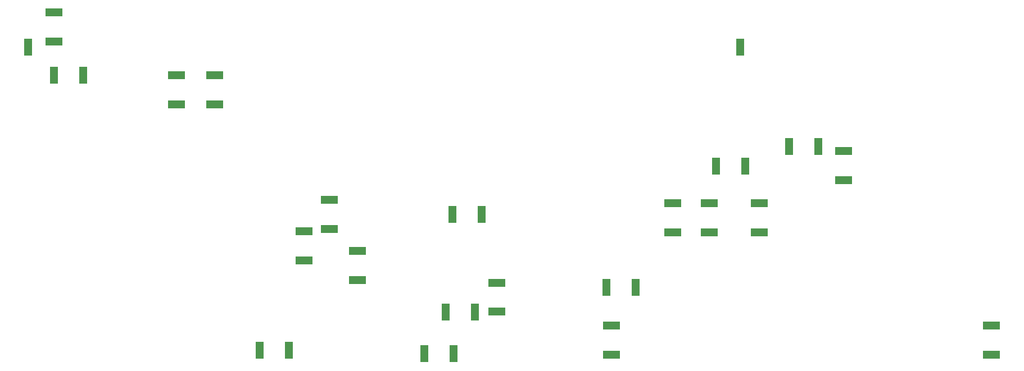
<source format=gtp>
%FSTAX23Y23*%
%MOMM*%
%SFA1B1*%

%IPPOS*%
%ADD10R,1.199998X2.599995*%
%ADD11R,2.599995X1.199998*%
%LNpcbbyb2aver3-1*%
%LPD*%
G54D10*
X118699Y60749D03*
X1143D03*
X130449Y45749D03*
X126049D03*
X98549Y24499D03*
X102949D03*
X78699Y20749D03*
X74299D03*
X119449Y42749D03*
X115049D03*
X15249Y56449D03*
X19649D03*
X46299Y14999D03*
X50699D03*
X75449Y14499D03*
X71049D03*
X79699Y35499D03*
X75299D03*
G54D11*
X121499Y32799D03*
Y37199D03*
X156499Y18699D03*
Y14299D03*
X113999Y32799D03*
Y37199D03*
X99249Y14299D03*
Y18699D03*
X81999Y25199D03*
Y20799D03*
X39499Y56449D03*
Y52049D03*
X56749Y37699D03*
Y33299D03*
X134249Y4508D03*
Y4068D03*
X15249Y65949D03*
Y61549D03*
X108499Y37199D03*
Y32799D03*
X33749Y52049D03*
Y56449D03*
X52999Y32949D03*
Y28549D03*
X60999Y29949D03*
Y25549D03*
M02*
</source>
